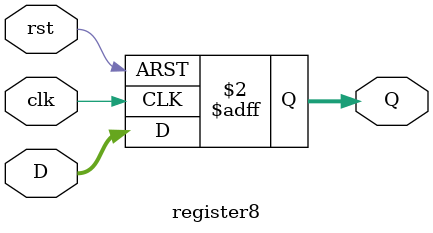
<source format=sv>
`default_nettype none

module top (
  // I/O ports
  input  logic hz100, reset,
  input  logic [20:0] pb,
  output logic [7:0] left, right,
         ss7, ss6, ss5, ss4, ss3, ss2, ss1, ss0,
  output logic red, green, blue,

  // UART ports
  output logic [7:0] txdata,
  input  logic [7:0] rxdata,
  output logic txclk, rxclk,
  input  logic txready, rxready
);
  // Your code goes here...
  logic strobe; // strobe signal for synckey 
  logic [4:0] out; // output from synckey
  logic [7:0] Q; // output from register8
  synckey sk (
    .in(pb[19:0]),
    .clk(hz100),
    .rst(reset),
    .out(out), 
    .strobe(strobe)
  );
  
  logic [3:0] state;

  fsm fsm1 (
    .clk(strobe),
    .rst(reset),
    .keyout(out),
    .seq(seqsr_out),
    .state(state)
  );

  logic [31:0] seqsr_out;
  logic en; 
  
 
  assign en = (~pb[19] && ~pb[18] && ~pb[17] && ~pb[16]) && (state == 4'd10) ? 1'b1 : 1'b0; // INIT state 
  sequence_sr seqsr1 (
    .en(en), 
    .in(out), 
    .clk(strobe), 
    .rst(reset), 
    .out(seqsr_out)
  );

  display d1 (
    .ss({ss7, ss6, ss5, ss4, ss3, ss2, ss1, ss0}), 
    .state({1'b0, state}), 
    .seq(seqsr_out), 
    .red(red), 
    .green(green), 
    .blue(blue)
  );

  // ssdec ssdec1 (
  //   .in(seqsr_out[3:0]), 
  //   .enable(1'b1), 
  //   .out(ss0)
  // );

  // ssdec ssdec2 (
  //   .in(seqsr_out[7:4]), 
  //   .enable(1'b1), 
  //   .out(ss1)
  // );

  // ssdec ssdec3 (
  //   .in(seqsr_out[11:8]), 
  //   .enable(1'b1), 
  //   .out(ss2)
  // );

  // ssdec ssdec4 (
  //   .in(seqsr_out[15:12]), 
  //   .enable(1'b1), 
  //   .out(ss3)
  // );

  // ssdec ssdec5 (
  //   .in(seqsr_out[19:16]), 
  //   .enable(1'b1), 
  //   .out(ss4)
  // );

  // ssdec ssdec6 (
  //   .in(seqsr_out[23:20]), 
  //   .enable(1'b1), 
  //   .out(ss5)
  // );

  // ssdec ssdec7 (
  //   .in(seqsr_out[27:24]), 
  //   .enable(1'b1), 
  //   .out(ss6)
  // );

  // ssdec ssdec8 (
  //   .in(seqsr_out[31:28]), 
  //   .enable(1'b1), 
  //   .out(ss7)
  // );


  // // 8-bit register 
  // register8 reg8 (
  //   .clk(strobe),
  //   .rst(reset), 
  //   .D({3'b0, out}), 
  //   .Q(Q)
  // );

  // ssdec ssdec1 (
  //   .in(Q[3:0]),
  //   .enable(1'b1),
  //   .out(ss0)
  // );

  // ssdec ssdec2 (
  //   .in(Q[7:4]),
  //   .enable(1'b1),
  //   .out(ss1)
  // );

  // assign red = strobe;
endmodule

module register8 (
  input logic clk, rst,
  input logic [7:0] D,
  output logic [7:0] Q
);
  always_ff @(posedge clk, posedge rst) begin 
    if (rst) begin
      Q <= 8'b0;
    end else begin
      Q <= D;
    end 
  end
endmodule 

</source>
